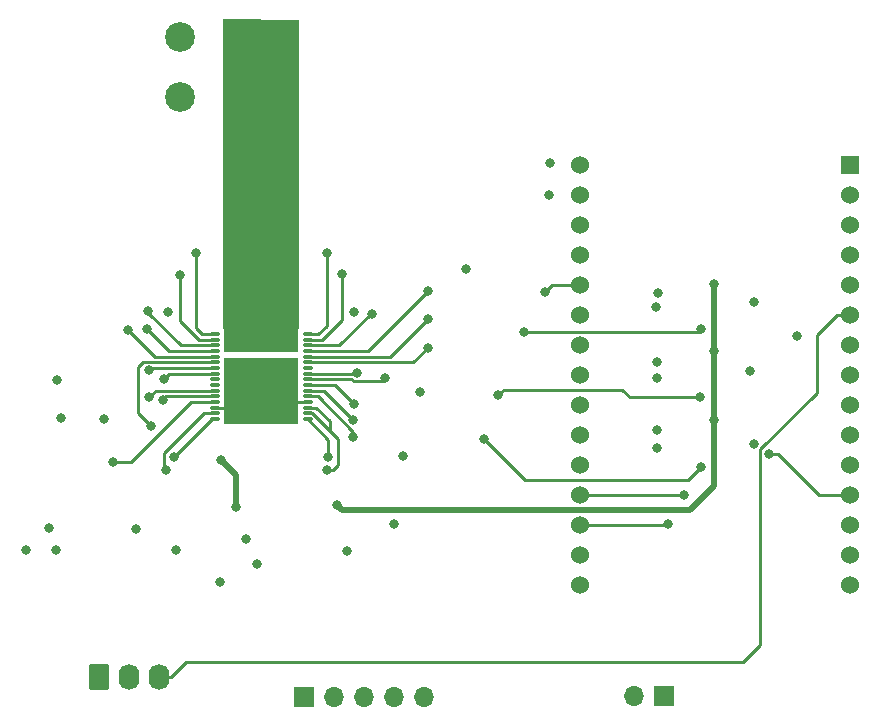
<source format=gbr>
%TF.GenerationSoftware,KiCad,Pcbnew,(6.0.8-1)-1*%
%TF.CreationDate,2022-10-04T16:18:18-04:00*%
%TF.ProjectId,bitaxePro,62697461-7865-4507-926f-2e6b69636164,rev?*%
%TF.SameCoordinates,Original*%
%TF.FileFunction,Copper,L4,Bot*%
%TF.FilePolarity,Positive*%
%FSLAX46Y46*%
G04 Gerber Fmt 4.6, Leading zero omitted, Abs format (unit mm)*
G04 Created by KiCad (PCBNEW (6.0.8-1)-1) date 2022-10-04 16:18:18*
%MOMM*%
%LPD*%
G01*
G04 APERTURE LIST*
G04 Aperture macros list*
%AMRoundRect*
0 Rectangle with rounded corners*
0 $1 Rounding radius*
0 $2 $3 $4 $5 $6 $7 $8 $9 X,Y pos of 4 corners*
0 Add a 4 corners polygon primitive as box body*
4,1,4,$2,$3,$4,$5,$6,$7,$8,$9,$2,$3,0*
0 Add four circle primitives for the rounded corners*
1,1,$1+$1,$2,$3*
1,1,$1+$1,$4,$5*
1,1,$1+$1,$6,$7*
1,1,$1+$1,$8,$9*
0 Add four rect primitives between the rounded corners*
20,1,$1+$1,$2,$3,$4,$5,0*
20,1,$1+$1,$4,$5,$6,$7,0*
20,1,$1+$1,$6,$7,$8,$9,0*
20,1,$1+$1,$8,$9,$2,$3,0*%
G04 Aperture macros list end*
%TA.AperFunction,ComponentPad*%
%ADD10R,1.530000X1.530000*%
%TD*%
%TA.AperFunction,ComponentPad*%
%ADD11C,1.530000*%
%TD*%
%TA.AperFunction,ComponentPad*%
%ADD12R,1.700000X1.700000*%
%TD*%
%TA.AperFunction,ComponentPad*%
%ADD13O,1.700000X1.700000*%
%TD*%
%TA.AperFunction,SMDPad,CuDef*%
%ADD14RoundRect,0.135000X0.295000X0.000000X-0.295000X0.000000X-0.295000X0.000000X0.295000X0.000000X0*%
%TD*%
%TA.AperFunction,SMDPad,CuDef*%
%ADD15R,6.300000X1.850000*%
%TD*%
%TA.AperFunction,SMDPad,CuDef*%
%ADD16R,6.300000X5.550000*%
%TD*%
%TA.AperFunction,ComponentPad*%
%ADD17C,2.520000*%
%TD*%
%TA.AperFunction,ComponentPad*%
%ADD18RoundRect,0.250000X-0.620000X-0.845000X0.620000X-0.845000X0.620000X0.845000X-0.620000X0.845000X0*%
%TD*%
%TA.AperFunction,ComponentPad*%
%ADD19O,1.740000X2.190000*%
%TD*%
%TA.AperFunction,ViaPad*%
%ADD20C,0.800000*%
%TD*%
%TA.AperFunction,Conductor*%
%ADD21C,0.254000*%
%TD*%
%TA.AperFunction,Conductor*%
%ADD22C,0.508000*%
%TD*%
G04 APERTURE END LIST*
D10*
%TO.P,U7,1,GND*%
%TO.N,GND*%
X139146500Y-59517800D03*
D11*
%TO.P,U7,2,3V3*%
%TO.N,/VCCIO*%
X139146500Y-62057800D03*
%TO.P,U7,3,3V3*%
X139146500Y-64597800D03*
%TO.P,U7,4,RST*%
%TO.N,Net-(TP19-Pad1)*%
X139146500Y-67137800D03*
%TO.P,U7,5,GND*%
%TO.N,GND*%
X139146500Y-69677800D03*
%TO.P,U7,6,GPIO4*%
%TO.N,/FAN_TACH*%
X139146500Y-72217800D03*
%TO.P,U7,7,GPIO5*%
%TO.N,unconnected-(U7-Pad7)*%
X139146500Y-74757800D03*
%TO.P,U7,8,GPIO6*%
%TO.N,unconnected-(U7-Pad8)*%
X139146500Y-77297800D03*
%TO.P,U7,9,GPIO7*%
%TO.N,unconnected-(U7-Pad9)*%
X139146500Y-79837800D03*
%TO.P,U7,10,GND*%
%TO.N,GND*%
X139146500Y-82377800D03*
%TO.P,U7,11,GPIO8*%
%TO.N,unconnected-(U7-Pad11)*%
X139146500Y-84917800D03*
%TO.P,U7,12,GPIO9*%
%TO.N,/TEMP_ALRT*%
X139146500Y-87457800D03*
%TO.P,U7,13,5V*%
%TO.N,/5V*%
X139146500Y-89997800D03*
%TO.P,U7,14,5V*%
X139146500Y-92537800D03*
%TO.P,U7,15,GND*%
%TO.N,GND*%
X139146500Y-95077800D03*
%TO.P,U7,16,GND*%
X116286500Y-95077800D03*
%TO.P,U7,17,GND*%
X116286500Y-92537800D03*
%TO.P,U7,18,GPIO19*%
%TO.N,/SDA*%
X116286500Y-89997800D03*
%TO.P,U7,19,GPIO18*%
%TO.N,/SCL*%
X116286500Y-87457800D03*
%TO.P,U7,20,GND*%
%TO.N,GND*%
X116286500Y-84917800D03*
%TO.P,U7,21,GPIO21/U0TXD*%
%TO.N,unconnected-(U7-Pad21)*%
X116286500Y-82377800D03*
%TO.P,U7,22,GPIO20/U0RXD*%
%TO.N,unconnected-(U7-Pad22)*%
X116286500Y-79837800D03*
%TO.P,U7,23,GND*%
%TO.N,GND*%
X116286500Y-77297800D03*
%TO.P,U7,24,GPIO10*%
%TO.N,/RST*%
X116286500Y-74757800D03*
%TO.P,U7,25,GND*%
%TO.N,GND*%
X116286500Y-72217800D03*
%TO.P,U7,26,GPIO3*%
%TO.N,/TX*%
X116286500Y-69677800D03*
%TO.P,U7,27,GPIO2*%
%TO.N,/RX*%
X116286500Y-67137800D03*
%TO.P,U7,28,GPIO1/XTAL_32K_N*%
%TO.N,unconnected-(U7-Pad28)*%
X116286500Y-64597800D03*
%TO.P,U7,29,GPIO0/XTAL_32K_P*%
%TO.N,unconnected-(U7-Pad29)*%
X116286500Y-62057800D03*
%TO.P,U7,30,GND*%
%TO.N,GND*%
X116286500Y-59517800D03*
%TD*%
D12*
%TO.P,J3,1,Pin_1*%
%TO.N,/VCCIO*%
X92950000Y-104520000D03*
D13*
%TO.P,J3,2,Pin_2*%
%TO.N,/CI*%
X95490000Y-104520000D03*
%TO.P,J3,3,Pin_3*%
%TO.N,/RO*%
X98030000Y-104520000D03*
%TO.P,J3,4,Pin_4*%
%TO.N,/RST_N*%
X100570000Y-104520000D03*
%TO.P,J3,5,Pin_5*%
%TO.N,GND*%
X103110000Y-104520000D03*
%TD*%
D12*
%TO.P,J4,1,Pin_1*%
%TO.N,GND*%
X123395000Y-104440000D03*
D13*
%TO.P,J4,2,Pin_2*%
%TO.N,/5V*%
X120855000Y-104440000D03*
%TD*%
D14*
%TO.P,IC1,1,VDD3_0*%
%TO.N,Net-(C6-Pad2)*%
X93224600Y-73820000D03*
%TO.P,IC1,2,VDD2_0*%
%TO.N,Net-(C3-Pad2)*%
X93224600Y-74300000D03*
%TO.P,IC1,3,VDD1_0*%
%TO.N,Net-(C2-Pad2)*%
X93224600Y-74780000D03*
%TO.P,IC1,4,ADDR0*%
%TO.N,Net-(IC1-Pad4)*%
X93224600Y-75260000D03*
%TO.P,IC1,5,ADDR1*%
%TO.N,Net-(IC1-Pad5)*%
X93224600Y-75740000D03*
%TO.P,IC1,6,ADDR2*%
%TO.N,Net-(IC1-Pad6)*%
X93224600Y-76220000D03*
%TO.P,IC1,7,TEST*%
%TO.N,unconnected-(IC1-Pad7)*%
X93224600Y-76700000D03*
%TO.P,IC1,8,BI*%
%TO.N,Net-(IC1-Pad8)*%
X93224600Y-77180000D03*
%TO.P,IC1,9,NRSTI*%
%TO.N,/RST_N*%
X93224600Y-77660000D03*
%TO.P,IC1,10,RO*%
%TO.N,Net-(IC1-Pad10)*%
X93224600Y-78140000D03*
%TO.P,IC1,11,CI*%
%TO.N,Net-(IC1-Pad11)*%
X93224600Y-78620000D03*
%TO.P,IC1,12,CLKI*%
%TO.N,Net-(IC1-Pad12)*%
X93224600Y-79100000D03*
%TO.P,IC1,13,PLL_VSS*%
%TO.N,GND*%
X93224600Y-79580000D03*
%TO.P,IC1,14,PLL_VDD*%
%TO.N,/0V8*%
X93224600Y-80060000D03*
%TO.P,IC1,15,VDDIO_08_0*%
X93224600Y-80540000D03*
%TO.P,IC1,16,VDDIO_18_0*%
%TO.N,/1V8*%
X93224600Y-81020000D03*
%TO.P,IC1,17,VDDIO_18_1*%
X85355400Y-81020000D03*
%TO.P,IC1,18,VDDIO_08_1*%
%TO.N,/0V8*%
X85355400Y-80540000D03*
%TO.P,IC1,19,VSS*%
%TO.N,GND*%
X85355400Y-80060000D03*
%TO.P,IC1,20,PIN_MODE*%
%TO.N,Net-(IC1-Pad20)*%
X85355400Y-79580000D03*
%TO.P,IC1,21,TEMP_N*%
%TO.N,/TEMP_N*%
X85355400Y-79100000D03*
%TO.P,IC1,22,TEMP_P*%
%TO.N,/TEMP_P*%
X85355400Y-78620000D03*
%TO.P,IC1,23,RF*%
%TO.N,unconnected-(IC1-Pad23)*%
X85355400Y-78140000D03*
%TO.P,IC1,24,TF*%
%TO.N,unconnected-(IC1-Pad24)*%
X85355400Y-77660000D03*
%TO.P,IC1,25,CLKO*%
%TO.N,Net-(IC1-Pad25)*%
X85355400Y-77180000D03*
%TO.P,IC1,26,CO*%
%TO.N,Net-(IC1-Pad26)*%
X85355400Y-76700000D03*
%TO.P,IC1,27,RI*%
%TO.N,Net-(IC1-Pad27)*%
X85355400Y-76220000D03*
%TO.P,IC1,28,NRSTO*%
%TO.N,Net-(IC1-Pad28)*%
X85355400Y-75740000D03*
%TO.P,IC1,29,BO*%
%TO.N,Net-(IC1-Pad29)*%
X85355400Y-75260000D03*
%TO.P,IC1,30,VDD1_1*%
%TO.N,Net-(C17-Pad2)*%
X85355400Y-74780000D03*
%TO.P,IC1,31,VDD2_1*%
%TO.N,Net-(C15-Pad2)*%
X85355400Y-74300000D03*
%TO.P,IC1,32,VDD3_1*%
%TO.N,Net-(C12-Pad2)*%
X85355400Y-73820000D03*
D15*
%TO.P,IC1,33,VDD*%
%TO.N,/VDD*%
X89290000Y-74420000D03*
D16*
%TO.P,IC1,34,VSS_0*%
%TO.N,GND*%
X89290000Y-78620000D03*
%TD*%
D17*
%TO.P,J1,1,Pin_1*%
%TO.N,/VDD*%
X89290000Y-48640000D03*
X89290000Y-53720000D03*
%TD*%
%TO.P,J2,1,Pin_1*%
%TO.N,GND*%
X82380000Y-48640000D03*
X82380000Y-53720000D03*
%TD*%
D18*
%TO.P,J5,1,Pin_1*%
%TO.N,GND*%
X75550000Y-102810000D03*
D19*
%TO.P,J5,2,Pin_2*%
%TO.N,/5V*%
X78090000Y-102810000D03*
%TO.P,J5,3,Pin_3*%
%TO.N,/FAN_TACH*%
X80630000Y-102810000D03*
%TD*%
D20*
%TO.N,GND*%
X72360000Y-80940000D03*
X86710000Y-76530000D03*
X81430000Y-71980000D03*
X131020000Y-83110000D03*
X86710000Y-77890000D03*
X100510000Y-89930000D03*
X88230000Y-80610000D03*
X96580000Y-92200000D03*
X91720000Y-80600000D03*
X131000000Y-71110000D03*
X88230000Y-76530000D03*
X72030000Y-77730000D03*
X90050000Y-77860000D03*
X97140000Y-71980000D03*
X90050000Y-80580000D03*
X90050000Y-79220000D03*
X122750000Y-71540000D03*
X86710000Y-80610000D03*
X101330000Y-84130000D03*
X122790000Y-83490000D03*
X88230000Y-79250000D03*
X122830000Y-77570000D03*
X102760000Y-78720000D03*
X71300000Y-90270000D03*
X130685180Y-76940000D03*
X90050000Y-76500000D03*
X78710000Y-90340000D03*
X88230000Y-77890000D03*
X88930000Y-93260000D03*
X88030000Y-91180000D03*
X91720000Y-76520000D03*
X106600000Y-68290000D03*
X91720000Y-79240000D03*
X91720000Y-77880000D03*
X86710000Y-79250000D03*
%TO.N,Net-(C2-Pad2)*%
X98670000Y-72100000D03*
%TO.N,Net-(C6-Pad2)*%
X94850000Y-66950000D03*
%TO.N,/CI*%
X126560000Y-85031100D03*
X108140000Y-82740000D03*
%TO.N,/VDD*%
X86990000Y-65190000D03*
X88752000Y-74830000D03*
X87726000Y-74050000D03*
X91400000Y-65210000D03*
X91830000Y-74090000D03*
X86700000Y-74840000D03*
X90804000Y-74860000D03*
X89778000Y-74050000D03*
%TO.N,/RO*%
X109350000Y-79010000D03*
X126450000Y-79171100D03*
%TO.N,Net-(C12-Pad2)*%
X83780000Y-66980000D03*
%TO.N,Net-(C15-Pad2)*%
X82450000Y-68820000D03*
%TO.N,/RST_N*%
X126560000Y-73390000D03*
X111520000Y-73650000D03*
X99790000Y-77550000D03*
%TO.N,/5V*%
X85835000Y-94845000D03*
X69350000Y-92140000D03*
X71950000Y-92140000D03*
X82050000Y-92140000D03*
%TO.N,Net-(IC1-Pad4)*%
X103420000Y-70170000D03*
%TO.N,Net-(IC1-Pad5)*%
X103380000Y-72570000D03*
%TO.N,Net-(IC1-Pad6)*%
X103390000Y-75000000D03*
%TO.N,Net-(IC1-Pad25)*%
X81100000Y-77600000D03*
%TO.N,Net-(IC1-Pad26)*%
X79780000Y-76898900D03*
%TO.N,Net-(IC1-Pad27)*%
X79960000Y-81610000D03*
%TO.N,Net-(IC1-Pad28)*%
X78000000Y-73440000D03*
%TO.N,Net-(IC1-Pad29)*%
X79640000Y-73400000D03*
%TO.N,Net-(C17-Pad2)*%
X79730000Y-71860000D03*
%TO.N,/VCCIO*%
X122820000Y-76190000D03*
X75950000Y-80990000D03*
X113620000Y-62010000D03*
X134650000Y-73950000D03*
X122790000Y-81960000D03*
X113760000Y-59300000D03*
X122870000Y-70300000D03*
%TO.N,/TX*%
X113280000Y-70270000D03*
%TO.N,/1V8*%
X127610000Y-75210000D03*
X95730000Y-88330000D03*
X94980000Y-84190000D03*
X127610000Y-81130000D03*
X81920000Y-84240000D03*
X127610000Y-69580000D03*
%TO.N,/0V8*%
X94840000Y-85340000D03*
X81250000Y-85290000D03*
X85860000Y-84470000D03*
X87130000Y-88430000D03*
%TO.N,Net-(IC1-Pad8)*%
X97380000Y-77130000D03*
%TO.N,Net-(C3-Pad2)*%
X96130000Y-68740000D03*
%TO.N,Net-(IC1-Pad10)*%
X97180000Y-79770000D03*
%TO.N,Net-(IC1-Pad11)*%
X97070000Y-81120000D03*
%TO.N,Net-(IC1-Pad12)*%
X97070000Y-82530000D03*
%TO.N,Net-(IC1-Pad20)*%
X76750000Y-84640000D03*
%TO.N,/TEMP_N*%
X80940000Y-79430000D03*
%TO.N,/TEMP_P*%
X79820000Y-79150000D03*
%TO.N,/SCL*%
X125070000Y-87430000D03*
%TO.N,/SDA*%
X123750000Y-89930000D03*
%TO.N,/TEMP_ALRT*%
X132250000Y-83950000D03*
%TD*%
D21*
%TO.N,GND*%
X85355400Y-80060000D02*
X87850000Y-80060000D01*
X87850000Y-80060000D02*
X89290000Y-78620000D01*
X90250000Y-79580000D02*
X89290000Y-78620000D01*
X93224600Y-79580000D02*
X90250000Y-79580000D01*
%TO.N,Net-(C2-Pad2)*%
X95900000Y-74780000D02*
X98580000Y-72100000D01*
X93224600Y-74780000D02*
X95900000Y-74780000D01*
X98580000Y-72100000D02*
X98670000Y-72100000D01*
%TO.N,Net-(C6-Pad2)*%
X94140000Y-73820000D02*
X94850000Y-73110000D01*
X94850000Y-73110000D02*
X94850000Y-66950000D01*
X93224600Y-73820000D02*
X94140000Y-73820000D01*
%TO.N,/CI*%
X111600000Y-86200000D02*
X108140000Y-82740000D01*
X125391100Y-86200000D02*
X111600000Y-86200000D01*
X126560000Y-85031100D02*
X125391100Y-86200000D01*
%TO.N,/RO*%
X109830000Y-78530000D02*
X109350000Y-79010000D01*
X119867800Y-78530000D02*
X109830000Y-78530000D01*
X126450000Y-79171100D02*
X120508900Y-79171100D01*
X120508900Y-79171100D02*
X119867800Y-78530000D01*
%TO.N,Net-(C12-Pad2)*%
X84280000Y-73820000D02*
X83780000Y-73320000D01*
X83780000Y-73320000D02*
X83780000Y-66980000D01*
X85355400Y-73820000D02*
X84280000Y-73820000D01*
%TO.N,Net-(C15-Pad2)*%
X84050000Y-74300000D02*
X82450000Y-72700000D01*
X82450000Y-72700000D02*
X82450000Y-68820000D01*
X85355400Y-74300000D02*
X84050000Y-74300000D01*
%TO.N,/RST_N*%
X96949874Y-77660000D02*
X97098785Y-77808911D01*
X111520000Y-73650000D02*
X126290000Y-73660000D01*
X126290000Y-73660000D02*
X126560000Y-73390000D01*
X99531089Y-77808911D02*
X99790000Y-77550000D01*
X93224600Y-77660000D02*
X96949874Y-77660000D01*
X97098785Y-77808911D02*
X99531089Y-77808911D01*
%TO.N,Net-(IC1-Pad4)*%
X98320000Y-75260000D02*
X103410000Y-70170000D01*
X103410000Y-70170000D02*
X103420000Y-70170000D01*
X93224600Y-75260000D02*
X98320000Y-75260000D01*
%TO.N,Net-(IC1-Pad5)*%
X100210000Y-75740000D02*
X103380000Y-72570000D01*
X93224600Y-75740000D02*
X100210000Y-75740000D01*
%TO.N,Net-(IC1-Pad6)*%
X102170000Y-76220000D02*
X103390000Y-75000000D01*
X93224600Y-76220000D02*
X102170000Y-76220000D01*
%TO.N,Net-(IC1-Pad25)*%
X81100000Y-77600000D02*
X81520000Y-77180000D01*
X81520000Y-77180000D02*
X85355400Y-77180000D01*
%TO.N,Net-(IC1-Pad26)*%
X85355400Y-76700000D02*
X79978900Y-76700000D01*
X79978900Y-76700000D02*
X79780000Y-76898900D01*
%TO.N,Net-(IC1-Pad27)*%
X79300000Y-76220000D02*
X78880000Y-76640000D01*
X85355400Y-76220000D02*
X79300000Y-76220000D01*
X78880000Y-80530000D02*
X79960000Y-81610000D01*
X78880000Y-76640000D02*
X78880000Y-80530000D01*
%TO.N,Net-(IC1-Pad28)*%
X80300000Y-75740000D02*
X78000000Y-73440000D01*
X85355400Y-75740000D02*
X80300000Y-75740000D01*
%TO.N,Net-(IC1-Pad29)*%
X85355400Y-75260000D02*
X81500000Y-75260000D01*
X81500000Y-75260000D02*
X79640000Y-73400000D01*
%TO.N,Net-(C17-Pad2)*%
X85355400Y-74780000D02*
X82490000Y-74780000D01*
X82490000Y-74780000D02*
X79730000Y-72020000D01*
X79730000Y-72020000D02*
X79730000Y-71860000D01*
%TO.N,/TX*%
X113280000Y-70270000D02*
X113872200Y-69677800D01*
X113872200Y-69677800D02*
X116286500Y-69677800D01*
%TO.N,/1V8*%
X94980000Y-82775400D02*
X94980000Y-84190000D01*
D22*
X127610000Y-86710000D02*
X127610000Y-69580000D01*
X95730000Y-88330000D02*
X96110000Y-88710000D01*
D21*
X85140000Y-81020000D02*
X81920000Y-84240000D01*
D22*
X96110000Y-88710000D02*
X125610000Y-88710000D01*
D21*
X93224600Y-81020000D02*
X94980000Y-82775400D01*
X85355400Y-81020000D02*
X85140000Y-81020000D01*
D22*
X125610000Y-88710000D02*
X127610000Y-86710000D01*
D21*
%TO.N,/0V8*%
X85355400Y-80540000D02*
X84430000Y-80540000D01*
D22*
X87130000Y-88430000D02*
X87130000Y-85740000D01*
D21*
X81060000Y-85100000D02*
X81250000Y-85290000D01*
X95100000Y-81210000D02*
X95100000Y-81940000D01*
X95100000Y-81940000D02*
X95062487Y-81977513D01*
X95360000Y-85340000D02*
X94840000Y-85340000D01*
X95062487Y-81977513D02*
X95820000Y-82735026D01*
X93950000Y-80060000D02*
X95100000Y-81210000D01*
X93224600Y-80540000D02*
X93624974Y-80540000D01*
D22*
X87130000Y-85740000D02*
X85860000Y-84470000D01*
D21*
X93224600Y-80060000D02*
X93950000Y-80060000D01*
X81060000Y-83910000D02*
X81060000Y-85100000D01*
X93624974Y-80540000D02*
X95062487Y-81977513D01*
X95820000Y-84880000D02*
X95360000Y-85340000D01*
X95820000Y-82735026D02*
X95820000Y-84880000D01*
X84430000Y-80540000D02*
X81060000Y-83910000D01*
%TO.N,Net-(IC1-Pad8)*%
X93234600Y-77170000D02*
X93224600Y-77180000D01*
X97340000Y-77170000D02*
X93234600Y-77170000D01*
X97380000Y-77130000D02*
X97340000Y-77170000D01*
%TO.N,Net-(C3-Pad2)*%
X94450000Y-74310000D02*
X96130000Y-72630000D01*
X93234600Y-74310000D02*
X94450000Y-74310000D01*
X93224600Y-74300000D02*
X93234600Y-74310000D01*
X96130000Y-72630000D02*
X96130000Y-68740000D01*
%TO.N,Net-(IC1-Pad10)*%
X97180000Y-79770000D02*
X95550000Y-78140000D01*
X95550000Y-78140000D02*
X93224600Y-78140000D01*
%TO.N,Net-(IC1-Pad11)*%
X97070000Y-81120000D02*
X94570000Y-78620000D01*
X94570000Y-78620000D02*
X93224600Y-78620000D01*
%TO.N,Net-(IC1-Pad12)*%
X94070000Y-79100000D02*
X93224600Y-79100000D01*
X97070000Y-82530000D02*
X97070000Y-82100000D01*
X97070000Y-82100000D02*
X94070000Y-79100000D01*
%TO.N,Net-(IC1-Pad20)*%
X85355400Y-79580000D02*
X83310000Y-79580000D01*
X83310000Y-79580000D02*
X78430000Y-84460000D01*
X78430000Y-84460000D02*
X78250000Y-84640000D01*
X78250000Y-84640000D02*
X76750000Y-84640000D01*
%TO.N,/TEMP_N*%
X80940000Y-79430000D02*
X81270000Y-79100000D01*
X81270000Y-79100000D02*
X85355400Y-79100000D01*
%TO.N,/TEMP_P*%
X80350000Y-78620000D02*
X85355400Y-78620000D01*
X79820000Y-79150000D02*
X80350000Y-78620000D01*
%TO.N,/FAN_TACH*%
X81670000Y-102810000D02*
X80630000Y-102810000D01*
X131510000Y-83580126D02*
X136310000Y-78780126D01*
X136310000Y-78780126D02*
X136310000Y-73910000D01*
X138002200Y-72217800D02*
X139146500Y-72217800D01*
X82930000Y-101550000D02*
X81670000Y-102810000D01*
X130080000Y-101550000D02*
X131510000Y-100120000D01*
X131510000Y-100120000D02*
X131510000Y-83580126D01*
X82930000Y-101550000D02*
X130080000Y-101550000D01*
X136310000Y-73910000D02*
X138002200Y-72217800D01*
%TO.N,/SCL*%
X125042200Y-87457800D02*
X116286500Y-87457800D01*
X125070000Y-87430000D02*
X125042200Y-87457800D01*
%TO.N,/SDA*%
X123750000Y-89930000D02*
X123682200Y-89997800D01*
X123682200Y-89997800D02*
X116286500Y-89997800D01*
%TO.N,/TEMP_ALRT*%
X133010000Y-83950000D02*
X136517800Y-87457800D01*
X132250000Y-83950000D02*
X133010000Y-83950000D01*
X136517800Y-87457800D02*
X139146500Y-87457800D01*
%TD*%
%TA.AperFunction,Conductor*%
%TO.N,/VDD*%
G36*
X92395953Y-47218077D02*
G01*
X92463756Y-47239133D01*
X92509411Y-47293503D01*
X92520000Y-47344062D01*
X92520000Y-73267363D01*
X92499998Y-73335484D01*
X92483095Y-73356458D01*
X92417094Y-73422459D01*
X92334331Y-73562404D01*
X92288971Y-73718534D01*
X92288467Y-73724941D01*
X92288466Y-73724945D01*
X92286293Y-73752556D01*
X92286100Y-73755011D01*
X92286101Y-73884988D01*
X92288971Y-73921466D01*
X92290768Y-73927650D01*
X92319006Y-74024847D01*
X92319006Y-74095153D01*
X92288971Y-74198534D01*
X92288467Y-74204941D01*
X92288466Y-74204945D01*
X92286293Y-74232556D01*
X92286100Y-74235011D01*
X92286101Y-74364988D01*
X92288971Y-74401466D01*
X92290768Y-74407650D01*
X92319006Y-74504847D01*
X92319006Y-74575153D01*
X92288971Y-74678534D01*
X92288467Y-74684941D01*
X92288466Y-74684945D01*
X92286293Y-74712556D01*
X92286100Y-74715011D01*
X92286101Y-74844988D01*
X92288971Y-74881466D01*
X92290768Y-74887650D01*
X92319006Y-74984847D01*
X92319006Y-75055153D01*
X92288971Y-75158534D01*
X92288467Y-75164941D01*
X92288466Y-75164945D01*
X92286293Y-75192558D01*
X92286100Y-75195011D01*
X92286100Y-75197481D01*
X92286043Y-75198936D01*
X92263388Y-75266221D01*
X92207952Y-75310576D01*
X92160140Y-75320000D01*
X86419859Y-75320000D01*
X86351738Y-75299998D01*
X86305245Y-75246342D01*
X86293956Y-75198939D01*
X86293899Y-75197489D01*
X86293899Y-75195012D01*
X86291029Y-75158534D01*
X86260994Y-75055153D01*
X86260994Y-74984847D01*
X86289234Y-74887644D01*
X86291029Y-74881466D01*
X86291535Y-74875047D01*
X86293707Y-74847444D01*
X86293707Y-74847438D01*
X86293900Y-74844989D01*
X86293899Y-74715012D01*
X86291029Y-74678534D01*
X86260994Y-74575153D01*
X86260994Y-74504847D01*
X86289234Y-74407644D01*
X86291029Y-74401466D01*
X86291535Y-74395047D01*
X86293707Y-74367444D01*
X86293707Y-74367438D01*
X86293900Y-74364989D01*
X86293899Y-74235012D01*
X86291029Y-74198534D01*
X86260994Y-74095153D01*
X86260994Y-74024847D01*
X86289234Y-73927644D01*
X86291029Y-73921466D01*
X86291535Y-73915047D01*
X86293707Y-73887444D01*
X86293707Y-73887438D01*
X86293900Y-73884989D01*
X86293899Y-73755012D01*
X86291029Y-73718534D01*
X86245669Y-73562404D01*
X86162906Y-73422459D01*
X86106905Y-73366458D01*
X86072879Y-73304146D01*
X86070000Y-73277363D01*
X86070000Y-47247969D01*
X86090002Y-47179848D01*
X86143658Y-47133355D01*
X86197953Y-47121984D01*
X92395953Y-47218077D01*
G37*
%TD.AperFunction*%
%TD*%
M02*

</source>
